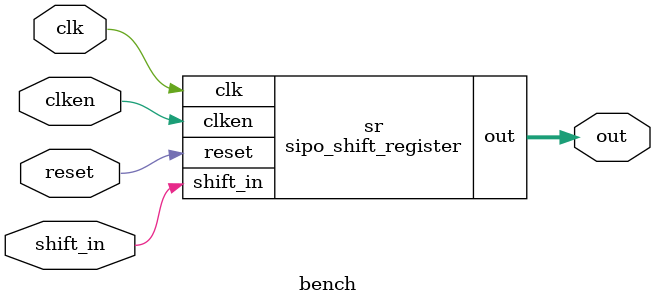
<source format=v>
module piso_shift_register (
    input   wire        clock,
    input   wire        reset,
    input   wire        load,
    input   wire [3:0]  data_in,
    output  wire        data_out
);
    reg [3:0] shift_reg;
    
    always @(posedge clk or posedge reset) begin
        if (reset) shift_reg <= 4'b0000;
        else if (load) shift_reg <= data_in;
        else shift_reg <= {1'b0, shift_reg[3:1]};
    end

    assign data_out = shift_reg[0];

endmodule

module siso_shift_registers_0(
    input    wire clk,
    input    wire clken,
    input    wire shift_in,
    output   wire shift_out
);

    reg b0, b1, b2, b3;

    always @(posedge clk) begin
        if(clken) begin
            b3 <= b2;
            b2 <= b1;
            b1 <= b0;
            b0 <= shift_in;
        end
    end

    assign shift_out = b3;

endmodule

module sipo_shift_register (
    input   wire        clk,
    input   wire        clken,
    input   wire        reset,
    input   wire        shift_in,
    output  wire [3:0]  out
);
    
    reg [3:0] shift_reg;

    always @(posedge clk or posedge reset) begin
        if(reset)      shift_reg <= 4'b0000;
        else if(clken) shift_reg <= {shift_reg[2:0], shift_in};
    end

    assign out = shift_reg;

endmodule

module bench (
    input   wire        clk,
    input   wire        clken,
    input   wire        reset,
    input   wire        shift_in,
    output  wire [3:0]  out   
);

sipo_shift_register sr (
    .clk(clk),
    .clken(clken),
    .reset(reset),
    .shift_in(shift_in),
    .out(out)
);

endmodule

</source>
